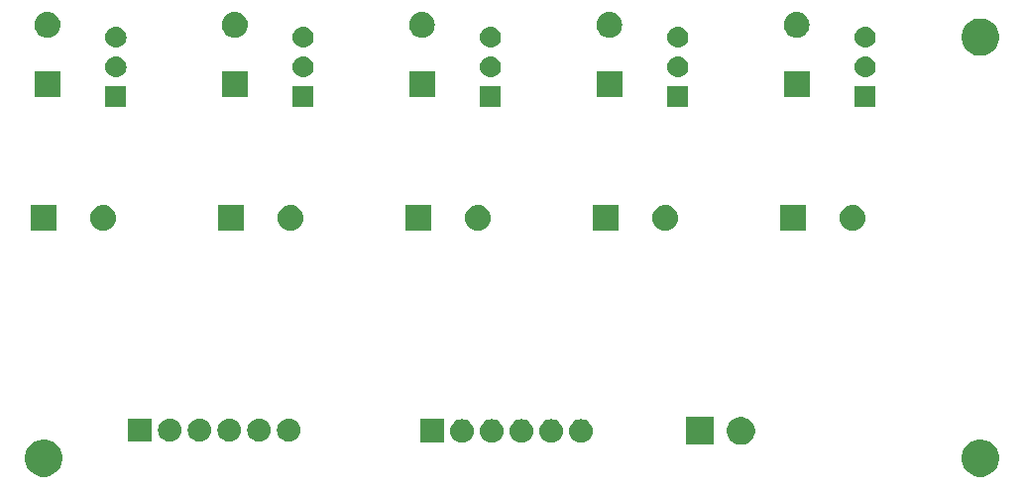
<source format=gbs>
G04 #@! TF.GenerationSoftware,KiCad,Pcbnew,5.0.2-bee76a0~70~ubuntu16.04.1*
G04 #@! TF.CreationDate,2018-12-22T18:20:01+02:00*
G04 #@! TF.ProjectId,psg14a_power,70736731-3461-45f7-906f-7765722e6b69,rev?*
G04 #@! TF.SameCoordinates,Original*
G04 #@! TF.FileFunction,Soldermask,Bot*
G04 #@! TF.FilePolarity,Negative*
%FSLAX46Y46*%
G04 Gerber Fmt 4.6, Leading zero omitted, Abs format (unit mm)*
G04 Created by KiCad (PCBNEW 5.0.2-bee76a0~70~ubuntu16.04.1) date сб, 22-гру-2018 18:20:01 +0200*
%MOMM*%
%LPD*%
G01*
G04 APERTURE LIST*
%ADD10C,0.100000*%
G04 APERTURE END LIST*
D10*
G36*
X110466703Y-79461486D02*
X110757883Y-79582097D01*
X111019944Y-79757201D01*
X111242799Y-79980056D01*
X111417903Y-80242117D01*
X111538514Y-80533297D01*
X111600000Y-80842412D01*
X111600000Y-81157588D01*
X111538514Y-81466703D01*
X111417903Y-81757883D01*
X111242799Y-82019944D01*
X111019944Y-82242799D01*
X110757883Y-82417903D01*
X110466703Y-82538514D01*
X110157588Y-82600000D01*
X109842412Y-82600000D01*
X109533297Y-82538514D01*
X109242117Y-82417903D01*
X108980056Y-82242799D01*
X108757201Y-82019944D01*
X108582097Y-81757883D01*
X108461486Y-81466703D01*
X108400000Y-81157588D01*
X108400000Y-80842412D01*
X108461486Y-80533297D01*
X108582097Y-80242117D01*
X108757201Y-79980056D01*
X108980056Y-79757201D01*
X109242117Y-79582097D01*
X109533297Y-79461486D01*
X109842412Y-79400000D01*
X110157588Y-79400000D01*
X110466703Y-79461486D01*
X110466703Y-79461486D01*
G37*
G36*
X30466703Y-79461486D02*
X30757883Y-79582097D01*
X31019944Y-79757201D01*
X31242799Y-79980056D01*
X31417903Y-80242117D01*
X31538514Y-80533297D01*
X31600000Y-80842412D01*
X31600000Y-81157588D01*
X31538514Y-81466703D01*
X31417903Y-81757883D01*
X31242799Y-82019944D01*
X31019944Y-82242799D01*
X30757883Y-82417903D01*
X30466703Y-82538514D01*
X30157588Y-82600000D01*
X29842412Y-82600000D01*
X29533297Y-82538514D01*
X29242117Y-82417903D01*
X28980056Y-82242799D01*
X28757201Y-82019944D01*
X28582097Y-81757883D01*
X28461486Y-81466703D01*
X28400000Y-81157588D01*
X28400000Y-80842412D01*
X28461486Y-80533297D01*
X28582097Y-80242117D01*
X28757201Y-79980056D01*
X28980056Y-79757201D01*
X29242117Y-79582097D01*
X29533297Y-79461486D01*
X29842412Y-79400000D01*
X30157588Y-79400000D01*
X30466703Y-79461486D01*
X30466703Y-79461486D01*
G37*
G36*
X87242500Y-79876500D02*
X84842500Y-79876500D01*
X84842500Y-77476500D01*
X87242500Y-77476500D01*
X87242500Y-79876500D01*
X87242500Y-79876500D01*
G37*
G36*
X89892526Y-77522615D02*
X90110912Y-77613073D01*
X90307458Y-77744401D01*
X90474599Y-77911542D01*
X90605927Y-78108088D01*
X90696385Y-78326474D01*
X90742500Y-78558309D01*
X90742500Y-78794691D01*
X90696385Y-79026526D01*
X90605927Y-79244912D01*
X90474599Y-79441458D01*
X90307458Y-79608599D01*
X90110912Y-79739927D01*
X89892526Y-79830385D01*
X89660691Y-79876500D01*
X89424309Y-79876500D01*
X89192474Y-79830385D01*
X88974088Y-79739927D01*
X88777542Y-79608599D01*
X88610401Y-79441458D01*
X88479073Y-79244912D01*
X88388615Y-79026526D01*
X88342500Y-78794691D01*
X88342500Y-78558309D01*
X88388615Y-78326474D01*
X88479073Y-78108088D01*
X88610401Y-77911542D01*
X88777542Y-77744401D01*
X88974088Y-77613073D01*
X89192474Y-77522615D01*
X89424309Y-77476500D01*
X89660691Y-77476500D01*
X89892526Y-77522615D01*
X89892526Y-77522615D01*
G37*
G36*
X68437458Y-77689406D02*
X68458435Y-77691472D01*
X68505535Y-77705760D01*
X68646839Y-77748624D01*
X68820474Y-77841433D01*
X68972666Y-77966334D01*
X69097567Y-78118526D01*
X69190376Y-78292161D01*
X69247528Y-78480566D01*
X69266826Y-78676500D01*
X69247528Y-78872434D01*
X69190376Y-79060839D01*
X69097567Y-79234474D01*
X68972666Y-79386666D01*
X68820474Y-79511567D01*
X68646839Y-79604376D01*
X68505535Y-79647240D01*
X68458435Y-79661528D01*
X68437458Y-79663594D01*
X68311600Y-79675990D01*
X68213400Y-79675990D01*
X68087542Y-79663594D01*
X68066565Y-79661528D01*
X68019465Y-79647240D01*
X67878161Y-79604376D01*
X67704526Y-79511567D01*
X67552334Y-79386666D01*
X67427433Y-79234474D01*
X67334624Y-79060839D01*
X67277472Y-78872434D01*
X67258174Y-78676500D01*
X67277472Y-78480566D01*
X67334624Y-78292161D01*
X67427433Y-78118526D01*
X67552334Y-77966334D01*
X67704526Y-77841433D01*
X67878161Y-77748624D01*
X68019465Y-77705760D01*
X68066565Y-77691472D01*
X68087542Y-77689406D01*
X68213400Y-77677010D01*
X68311600Y-77677010D01*
X68437458Y-77689406D01*
X68437458Y-77689406D01*
G37*
G36*
X76057458Y-77689406D02*
X76078435Y-77691472D01*
X76125535Y-77705760D01*
X76266839Y-77748624D01*
X76440474Y-77841433D01*
X76592666Y-77966334D01*
X76717567Y-78118526D01*
X76810376Y-78292161D01*
X76867528Y-78480566D01*
X76886826Y-78676500D01*
X76867528Y-78872434D01*
X76810376Y-79060839D01*
X76717567Y-79234474D01*
X76592666Y-79386666D01*
X76440474Y-79511567D01*
X76266839Y-79604376D01*
X76125535Y-79647240D01*
X76078435Y-79661528D01*
X76057458Y-79663594D01*
X75931600Y-79675990D01*
X75833400Y-79675990D01*
X75707542Y-79663594D01*
X75686565Y-79661528D01*
X75639465Y-79647240D01*
X75498161Y-79604376D01*
X75324526Y-79511567D01*
X75172334Y-79386666D01*
X75047433Y-79234474D01*
X74954624Y-79060839D01*
X74897472Y-78872434D01*
X74878174Y-78676500D01*
X74897472Y-78480566D01*
X74954624Y-78292161D01*
X75047433Y-78118526D01*
X75172334Y-77966334D01*
X75324526Y-77841433D01*
X75498161Y-77748624D01*
X75639465Y-77705760D01*
X75686565Y-77691472D01*
X75707542Y-77689406D01*
X75833400Y-77677010D01*
X75931600Y-77677010D01*
X76057458Y-77689406D01*
X76057458Y-77689406D01*
G37*
G36*
X73517458Y-77689406D02*
X73538435Y-77691472D01*
X73585535Y-77705760D01*
X73726839Y-77748624D01*
X73900474Y-77841433D01*
X74052666Y-77966334D01*
X74177567Y-78118526D01*
X74270376Y-78292161D01*
X74327528Y-78480566D01*
X74346826Y-78676500D01*
X74327528Y-78872434D01*
X74270376Y-79060839D01*
X74177567Y-79234474D01*
X74052666Y-79386666D01*
X73900474Y-79511567D01*
X73726839Y-79604376D01*
X73585535Y-79647240D01*
X73538435Y-79661528D01*
X73517458Y-79663594D01*
X73391600Y-79675990D01*
X73293400Y-79675990D01*
X73167542Y-79663594D01*
X73146565Y-79661528D01*
X73099465Y-79647240D01*
X72958161Y-79604376D01*
X72784526Y-79511567D01*
X72632334Y-79386666D01*
X72507433Y-79234474D01*
X72414624Y-79060839D01*
X72357472Y-78872434D01*
X72338174Y-78676500D01*
X72357472Y-78480566D01*
X72414624Y-78292161D01*
X72507433Y-78118526D01*
X72632334Y-77966334D01*
X72784526Y-77841433D01*
X72958161Y-77748624D01*
X73099465Y-77705760D01*
X73146565Y-77691472D01*
X73167542Y-77689406D01*
X73293400Y-77677010D01*
X73391600Y-77677010D01*
X73517458Y-77689406D01*
X73517458Y-77689406D01*
G37*
G36*
X65897458Y-77689406D02*
X65918435Y-77691472D01*
X65965535Y-77705760D01*
X66106839Y-77748624D01*
X66280474Y-77841433D01*
X66432666Y-77966334D01*
X66557567Y-78118526D01*
X66650376Y-78292161D01*
X66707528Y-78480566D01*
X66726826Y-78676500D01*
X66707528Y-78872434D01*
X66650376Y-79060839D01*
X66557567Y-79234474D01*
X66432666Y-79386666D01*
X66280474Y-79511567D01*
X66106839Y-79604376D01*
X65965535Y-79647240D01*
X65918435Y-79661528D01*
X65897458Y-79663594D01*
X65771600Y-79675990D01*
X65673400Y-79675990D01*
X65547542Y-79663594D01*
X65526565Y-79661528D01*
X65479465Y-79647240D01*
X65338161Y-79604376D01*
X65164526Y-79511567D01*
X65012334Y-79386666D01*
X64887433Y-79234474D01*
X64794624Y-79060839D01*
X64737472Y-78872434D01*
X64718174Y-78676500D01*
X64737472Y-78480566D01*
X64794624Y-78292161D01*
X64887433Y-78118526D01*
X65012334Y-77966334D01*
X65164526Y-77841433D01*
X65338161Y-77748624D01*
X65479465Y-77705760D01*
X65526565Y-77691472D01*
X65547542Y-77689406D01*
X65673400Y-77677010D01*
X65771600Y-77677010D01*
X65897458Y-77689406D01*
X65897458Y-77689406D01*
G37*
G36*
X64181990Y-79675990D02*
X62183010Y-79675990D01*
X62183010Y-77677010D01*
X64181990Y-77677010D01*
X64181990Y-79675990D01*
X64181990Y-79675990D01*
G37*
G36*
X70977458Y-77689406D02*
X70998435Y-77691472D01*
X71045535Y-77705760D01*
X71186839Y-77748624D01*
X71360474Y-77841433D01*
X71512666Y-77966334D01*
X71637567Y-78118526D01*
X71730376Y-78292161D01*
X71787528Y-78480566D01*
X71806826Y-78676500D01*
X71787528Y-78872434D01*
X71730376Y-79060839D01*
X71637567Y-79234474D01*
X71512666Y-79386666D01*
X71360474Y-79511567D01*
X71186839Y-79604376D01*
X71045535Y-79647240D01*
X70998435Y-79661528D01*
X70977458Y-79663594D01*
X70851600Y-79675990D01*
X70753400Y-79675990D01*
X70627542Y-79663594D01*
X70606565Y-79661528D01*
X70559465Y-79647240D01*
X70418161Y-79604376D01*
X70244526Y-79511567D01*
X70092334Y-79386666D01*
X69967433Y-79234474D01*
X69874624Y-79060839D01*
X69817472Y-78872434D01*
X69798174Y-78676500D01*
X69817472Y-78480566D01*
X69874624Y-78292161D01*
X69967433Y-78118526D01*
X70092334Y-77966334D01*
X70244526Y-77841433D01*
X70418161Y-77748624D01*
X70559465Y-77705760D01*
X70606565Y-77691472D01*
X70627542Y-77689406D01*
X70753400Y-77677010D01*
X70851600Y-77677010D01*
X70977458Y-77689406D01*
X70977458Y-77689406D01*
G37*
G36*
X48561958Y-77625906D02*
X48582935Y-77627972D01*
X48630035Y-77642260D01*
X48771339Y-77685124D01*
X48944974Y-77777933D01*
X49097166Y-77902834D01*
X49222067Y-78055026D01*
X49314876Y-78228661D01*
X49372028Y-78417066D01*
X49391326Y-78613000D01*
X49372028Y-78808934D01*
X49314876Y-78997339D01*
X49222067Y-79170974D01*
X49097166Y-79323166D01*
X48944974Y-79448067D01*
X48771339Y-79540876D01*
X48635451Y-79582097D01*
X48582935Y-79598028D01*
X48561958Y-79600094D01*
X48436100Y-79612490D01*
X48337900Y-79612490D01*
X48212042Y-79600094D01*
X48191065Y-79598028D01*
X48138549Y-79582097D01*
X48002661Y-79540876D01*
X47829026Y-79448067D01*
X47676834Y-79323166D01*
X47551933Y-79170974D01*
X47459124Y-78997339D01*
X47401972Y-78808934D01*
X47382674Y-78613000D01*
X47401972Y-78417066D01*
X47459124Y-78228661D01*
X47551933Y-78055026D01*
X47676834Y-77902834D01*
X47829026Y-77777933D01*
X48002661Y-77685124D01*
X48143965Y-77642260D01*
X48191065Y-77627972D01*
X48212042Y-77625906D01*
X48337900Y-77613510D01*
X48436100Y-77613510D01*
X48561958Y-77625906D01*
X48561958Y-77625906D01*
G37*
G36*
X51101958Y-77625906D02*
X51122935Y-77627972D01*
X51170035Y-77642260D01*
X51311339Y-77685124D01*
X51484974Y-77777933D01*
X51637166Y-77902834D01*
X51762067Y-78055026D01*
X51854876Y-78228661D01*
X51912028Y-78417066D01*
X51931326Y-78613000D01*
X51912028Y-78808934D01*
X51854876Y-78997339D01*
X51762067Y-79170974D01*
X51637166Y-79323166D01*
X51484974Y-79448067D01*
X51311339Y-79540876D01*
X51175451Y-79582097D01*
X51122935Y-79598028D01*
X51101958Y-79600094D01*
X50976100Y-79612490D01*
X50877900Y-79612490D01*
X50752042Y-79600094D01*
X50731065Y-79598028D01*
X50678549Y-79582097D01*
X50542661Y-79540876D01*
X50369026Y-79448067D01*
X50216834Y-79323166D01*
X50091933Y-79170974D01*
X49999124Y-78997339D01*
X49941972Y-78808934D01*
X49922674Y-78613000D01*
X49941972Y-78417066D01*
X49999124Y-78228661D01*
X50091933Y-78055026D01*
X50216834Y-77902834D01*
X50369026Y-77777933D01*
X50542661Y-77685124D01*
X50683965Y-77642260D01*
X50731065Y-77627972D01*
X50752042Y-77625906D01*
X50877900Y-77613510D01*
X50976100Y-77613510D01*
X51101958Y-77625906D01*
X51101958Y-77625906D01*
G37*
G36*
X39226490Y-79612490D02*
X37227510Y-79612490D01*
X37227510Y-77613510D01*
X39226490Y-77613510D01*
X39226490Y-79612490D01*
X39226490Y-79612490D01*
G37*
G36*
X40941958Y-77625906D02*
X40962935Y-77627972D01*
X41010035Y-77642260D01*
X41151339Y-77685124D01*
X41324974Y-77777933D01*
X41477166Y-77902834D01*
X41602067Y-78055026D01*
X41694876Y-78228661D01*
X41752028Y-78417066D01*
X41771326Y-78613000D01*
X41752028Y-78808934D01*
X41694876Y-78997339D01*
X41602067Y-79170974D01*
X41477166Y-79323166D01*
X41324974Y-79448067D01*
X41151339Y-79540876D01*
X41015451Y-79582097D01*
X40962935Y-79598028D01*
X40941958Y-79600094D01*
X40816100Y-79612490D01*
X40717900Y-79612490D01*
X40592042Y-79600094D01*
X40571065Y-79598028D01*
X40518549Y-79582097D01*
X40382661Y-79540876D01*
X40209026Y-79448067D01*
X40056834Y-79323166D01*
X39931933Y-79170974D01*
X39839124Y-78997339D01*
X39781972Y-78808934D01*
X39762674Y-78613000D01*
X39781972Y-78417066D01*
X39839124Y-78228661D01*
X39931933Y-78055026D01*
X40056834Y-77902834D01*
X40209026Y-77777933D01*
X40382661Y-77685124D01*
X40523965Y-77642260D01*
X40571065Y-77627972D01*
X40592042Y-77625906D01*
X40717900Y-77613510D01*
X40816100Y-77613510D01*
X40941958Y-77625906D01*
X40941958Y-77625906D01*
G37*
G36*
X43481958Y-77625906D02*
X43502935Y-77627972D01*
X43550035Y-77642260D01*
X43691339Y-77685124D01*
X43864974Y-77777933D01*
X44017166Y-77902834D01*
X44142067Y-78055026D01*
X44234876Y-78228661D01*
X44292028Y-78417066D01*
X44311326Y-78613000D01*
X44292028Y-78808934D01*
X44234876Y-78997339D01*
X44142067Y-79170974D01*
X44017166Y-79323166D01*
X43864974Y-79448067D01*
X43691339Y-79540876D01*
X43555451Y-79582097D01*
X43502935Y-79598028D01*
X43481958Y-79600094D01*
X43356100Y-79612490D01*
X43257900Y-79612490D01*
X43132042Y-79600094D01*
X43111065Y-79598028D01*
X43058549Y-79582097D01*
X42922661Y-79540876D01*
X42749026Y-79448067D01*
X42596834Y-79323166D01*
X42471933Y-79170974D01*
X42379124Y-78997339D01*
X42321972Y-78808934D01*
X42302674Y-78613000D01*
X42321972Y-78417066D01*
X42379124Y-78228661D01*
X42471933Y-78055026D01*
X42596834Y-77902834D01*
X42749026Y-77777933D01*
X42922661Y-77685124D01*
X43063965Y-77642260D01*
X43111065Y-77627972D01*
X43132042Y-77625906D01*
X43257900Y-77613510D01*
X43356100Y-77613510D01*
X43481958Y-77625906D01*
X43481958Y-77625906D01*
G37*
G36*
X46021958Y-77625906D02*
X46042935Y-77627972D01*
X46090035Y-77642260D01*
X46231339Y-77685124D01*
X46404974Y-77777933D01*
X46557166Y-77902834D01*
X46682067Y-78055026D01*
X46774876Y-78228661D01*
X46832028Y-78417066D01*
X46851326Y-78613000D01*
X46832028Y-78808934D01*
X46774876Y-78997339D01*
X46682067Y-79170974D01*
X46557166Y-79323166D01*
X46404974Y-79448067D01*
X46231339Y-79540876D01*
X46095451Y-79582097D01*
X46042935Y-79598028D01*
X46021958Y-79600094D01*
X45896100Y-79612490D01*
X45797900Y-79612490D01*
X45672042Y-79600094D01*
X45651065Y-79598028D01*
X45598549Y-79582097D01*
X45462661Y-79540876D01*
X45289026Y-79448067D01*
X45136834Y-79323166D01*
X45011933Y-79170974D01*
X44919124Y-78997339D01*
X44861972Y-78808934D01*
X44842674Y-78613000D01*
X44861972Y-78417066D01*
X44919124Y-78228661D01*
X45011933Y-78055026D01*
X45136834Y-77902834D01*
X45289026Y-77777933D01*
X45462661Y-77685124D01*
X45603965Y-77642260D01*
X45651065Y-77627972D01*
X45672042Y-77625906D01*
X45797900Y-77613510D01*
X45896100Y-77613510D01*
X46021958Y-77625906D01*
X46021958Y-77625906D01*
G37*
G36*
X83303199Y-59372996D02*
X83510546Y-59435895D01*
X83510548Y-59435896D01*
X83701644Y-59538038D01*
X83869141Y-59675499D01*
X84006602Y-59842996D01*
X84108744Y-60034092D01*
X84171644Y-60241442D01*
X84192882Y-60457080D01*
X84171644Y-60672718D01*
X84108744Y-60880068D01*
X84006602Y-61071164D01*
X83869141Y-61238661D01*
X83701644Y-61376122D01*
X83510548Y-61478264D01*
X83510546Y-61478265D01*
X83303199Y-61541164D01*
X83141598Y-61557080D01*
X83033522Y-61557080D01*
X82871921Y-61541164D01*
X82664574Y-61478265D01*
X82664572Y-61478264D01*
X82473476Y-61376122D01*
X82305979Y-61238661D01*
X82168518Y-61071164D01*
X82066376Y-60880068D01*
X82003476Y-60672718D01*
X81982238Y-60457080D01*
X82003476Y-60241442D01*
X82066376Y-60034092D01*
X82168518Y-59842996D01*
X82305979Y-59675499D01*
X82473476Y-59538038D01*
X82664572Y-59435896D01*
X82664574Y-59435895D01*
X82871921Y-59372996D01*
X83033522Y-59357080D01*
X83141598Y-59357080D01*
X83303199Y-59372996D01*
X83303199Y-59372996D01*
G37*
G36*
X99303199Y-59372996D02*
X99510546Y-59435895D01*
X99510548Y-59435896D01*
X99701644Y-59538038D01*
X99869141Y-59675499D01*
X100006602Y-59842996D01*
X100108744Y-60034092D01*
X100171644Y-60241442D01*
X100192882Y-60457080D01*
X100171644Y-60672718D01*
X100108744Y-60880068D01*
X100006602Y-61071164D01*
X99869141Y-61238661D01*
X99701644Y-61376122D01*
X99510548Y-61478264D01*
X99510546Y-61478265D01*
X99303199Y-61541164D01*
X99141598Y-61557080D01*
X99033522Y-61557080D01*
X98871921Y-61541164D01*
X98664574Y-61478265D01*
X98664572Y-61478264D01*
X98473476Y-61376122D01*
X98305979Y-61238661D01*
X98168518Y-61071164D01*
X98066376Y-60880068D01*
X98003476Y-60672718D01*
X97982238Y-60457080D01*
X98003476Y-60241442D01*
X98066376Y-60034092D01*
X98168518Y-59842996D01*
X98305979Y-59675499D01*
X98473476Y-59538038D01*
X98664572Y-59435896D01*
X98664574Y-59435895D01*
X98871921Y-59372996D01*
X99033522Y-59357080D01*
X99141598Y-59357080D01*
X99303199Y-59372996D01*
X99303199Y-59372996D01*
G37*
G36*
X95107560Y-61557080D02*
X92907560Y-61557080D01*
X92907560Y-59357080D01*
X95107560Y-59357080D01*
X95107560Y-61557080D01*
X95107560Y-61557080D01*
G37*
G36*
X35303199Y-59372996D02*
X35510546Y-59435895D01*
X35510548Y-59435896D01*
X35701644Y-59538038D01*
X35869141Y-59675499D01*
X36006602Y-59842996D01*
X36108744Y-60034092D01*
X36171644Y-60241442D01*
X36192882Y-60457080D01*
X36171644Y-60672718D01*
X36108744Y-60880068D01*
X36006602Y-61071164D01*
X35869141Y-61238661D01*
X35701644Y-61376122D01*
X35510548Y-61478264D01*
X35510546Y-61478265D01*
X35303199Y-61541164D01*
X35141598Y-61557080D01*
X35033522Y-61557080D01*
X34871921Y-61541164D01*
X34664574Y-61478265D01*
X34664572Y-61478264D01*
X34473476Y-61376122D01*
X34305979Y-61238661D01*
X34168518Y-61071164D01*
X34066376Y-60880068D01*
X34003476Y-60672718D01*
X33982238Y-60457080D01*
X34003476Y-60241442D01*
X34066376Y-60034092D01*
X34168518Y-59842996D01*
X34305979Y-59675499D01*
X34473476Y-59538038D01*
X34664572Y-59435896D01*
X34664574Y-59435895D01*
X34871921Y-59372996D01*
X35033522Y-59357080D01*
X35141598Y-59357080D01*
X35303199Y-59372996D01*
X35303199Y-59372996D01*
G37*
G36*
X31107560Y-61557080D02*
X28907560Y-61557080D01*
X28907560Y-59357080D01*
X31107560Y-59357080D01*
X31107560Y-61557080D01*
X31107560Y-61557080D01*
G37*
G36*
X51303199Y-59372996D02*
X51510546Y-59435895D01*
X51510548Y-59435896D01*
X51701644Y-59538038D01*
X51869141Y-59675499D01*
X52006602Y-59842996D01*
X52108744Y-60034092D01*
X52171644Y-60241442D01*
X52192882Y-60457080D01*
X52171644Y-60672718D01*
X52108744Y-60880068D01*
X52006602Y-61071164D01*
X51869141Y-61238661D01*
X51701644Y-61376122D01*
X51510548Y-61478264D01*
X51510546Y-61478265D01*
X51303199Y-61541164D01*
X51141598Y-61557080D01*
X51033522Y-61557080D01*
X50871921Y-61541164D01*
X50664574Y-61478265D01*
X50664572Y-61478264D01*
X50473476Y-61376122D01*
X50305979Y-61238661D01*
X50168518Y-61071164D01*
X50066376Y-60880068D01*
X50003476Y-60672718D01*
X49982238Y-60457080D01*
X50003476Y-60241442D01*
X50066376Y-60034092D01*
X50168518Y-59842996D01*
X50305979Y-59675499D01*
X50473476Y-59538038D01*
X50664572Y-59435896D01*
X50664574Y-59435895D01*
X50871921Y-59372996D01*
X51033522Y-59357080D01*
X51141598Y-59357080D01*
X51303199Y-59372996D01*
X51303199Y-59372996D01*
G37*
G36*
X47107560Y-61557080D02*
X44907560Y-61557080D01*
X44907560Y-59357080D01*
X47107560Y-59357080D01*
X47107560Y-61557080D01*
X47107560Y-61557080D01*
G37*
G36*
X67303199Y-59372996D02*
X67510546Y-59435895D01*
X67510548Y-59435896D01*
X67701644Y-59538038D01*
X67869141Y-59675499D01*
X68006602Y-59842996D01*
X68108744Y-60034092D01*
X68171644Y-60241442D01*
X68192882Y-60457080D01*
X68171644Y-60672718D01*
X68108744Y-60880068D01*
X68006602Y-61071164D01*
X67869141Y-61238661D01*
X67701644Y-61376122D01*
X67510548Y-61478264D01*
X67510546Y-61478265D01*
X67303199Y-61541164D01*
X67141598Y-61557080D01*
X67033522Y-61557080D01*
X66871921Y-61541164D01*
X66664574Y-61478265D01*
X66664572Y-61478264D01*
X66473476Y-61376122D01*
X66305979Y-61238661D01*
X66168518Y-61071164D01*
X66066376Y-60880068D01*
X66003476Y-60672718D01*
X65982238Y-60457080D01*
X66003476Y-60241442D01*
X66066376Y-60034092D01*
X66168518Y-59842996D01*
X66305979Y-59675499D01*
X66473476Y-59538038D01*
X66664572Y-59435896D01*
X66664574Y-59435895D01*
X66871921Y-59372996D01*
X67033522Y-59357080D01*
X67141598Y-59357080D01*
X67303199Y-59372996D01*
X67303199Y-59372996D01*
G37*
G36*
X63107560Y-61557080D02*
X60907560Y-61557080D01*
X60907560Y-59357080D01*
X63107560Y-59357080D01*
X63107560Y-61557080D01*
X63107560Y-61557080D01*
G37*
G36*
X79107560Y-61557080D02*
X76907560Y-61557080D01*
X76907560Y-59357080D01*
X79107560Y-59357080D01*
X79107560Y-61557080D01*
X79107560Y-61557080D01*
G37*
G36*
X53059440Y-50978640D02*
X51259440Y-50978640D01*
X51259440Y-49178640D01*
X53059440Y-49178640D01*
X53059440Y-50978640D01*
X53059440Y-50978640D01*
G37*
G36*
X37059440Y-50978640D02*
X35259440Y-50978640D01*
X35259440Y-49178640D01*
X37059440Y-49178640D01*
X37059440Y-50978640D01*
X37059440Y-50978640D01*
G37*
G36*
X101059440Y-50978640D02*
X99259440Y-50978640D01*
X99259440Y-49178640D01*
X101059440Y-49178640D01*
X101059440Y-50978640D01*
X101059440Y-50978640D01*
G37*
G36*
X69059440Y-50978640D02*
X67259440Y-50978640D01*
X67259440Y-49178640D01*
X69059440Y-49178640D01*
X69059440Y-50978640D01*
X69059440Y-50978640D01*
G37*
G36*
X85059440Y-50978640D02*
X83259440Y-50978640D01*
X83259440Y-49178640D01*
X85059440Y-49178640D01*
X85059440Y-50978640D01*
X85059440Y-50978640D01*
G37*
G36*
X31407280Y-50111840D02*
X29207280Y-50111840D01*
X29207280Y-47911840D01*
X31407280Y-47911840D01*
X31407280Y-50111840D01*
X31407280Y-50111840D01*
G37*
G36*
X95407280Y-50111840D02*
X93207280Y-50111840D01*
X93207280Y-47911840D01*
X95407280Y-47911840D01*
X95407280Y-50111840D01*
X95407280Y-50111840D01*
G37*
G36*
X79407280Y-50111840D02*
X77207280Y-50111840D01*
X77207280Y-47911840D01*
X79407280Y-47911840D01*
X79407280Y-50111840D01*
X79407280Y-50111840D01*
G37*
G36*
X63407280Y-50111840D02*
X61207280Y-50111840D01*
X61207280Y-47911840D01*
X63407280Y-47911840D01*
X63407280Y-50111840D01*
X63407280Y-50111840D01*
G37*
G36*
X47407280Y-50111840D02*
X45207280Y-50111840D01*
X45207280Y-47911840D01*
X47407280Y-47911840D01*
X47407280Y-50111840D01*
X47407280Y-50111840D01*
G37*
G36*
X100335872Y-46651662D02*
X100505521Y-46703125D01*
X100661873Y-46786696D01*
X100798915Y-46899165D01*
X100911384Y-47036207D01*
X100994955Y-47192559D01*
X101046418Y-47362208D01*
X101063794Y-47538640D01*
X101046418Y-47715072D01*
X100994955Y-47884721D01*
X100911384Y-48041073D01*
X100798915Y-48178115D01*
X100661873Y-48290584D01*
X100505521Y-48374155D01*
X100335872Y-48425618D01*
X100203651Y-48438640D01*
X100115229Y-48438640D01*
X99983008Y-48425618D01*
X99813359Y-48374155D01*
X99657007Y-48290584D01*
X99519965Y-48178115D01*
X99407496Y-48041073D01*
X99323925Y-47884721D01*
X99272462Y-47715072D01*
X99255086Y-47538640D01*
X99272462Y-47362208D01*
X99323925Y-47192559D01*
X99407496Y-47036207D01*
X99519965Y-46899165D01*
X99657007Y-46786696D01*
X99813359Y-46703125D01*
X99983008Y-46651662D01*
X100115229Y-46638640D01*
X100203651Y-46638640D01*
X100335872Y-46651662D01*
X100335872Y-46651662D01*
G37*
G36*
X84335872Y-46651662D02*
X84505521Y-46703125D01*
X84661873Y-46786696D01*
X84798915Y-46899165D01*
X84911384Y-47036207D01*
X84994955Y-47192559D01*
X85046418Y-47362208D01*
X85063794Y-47538640D01*
X85046418Y-47715072D01*
X84994955Y-47884721D01*
X84911384Y-48041073D01*
X84798915Y-48178115D01*
X84661873Y-48290584D01*
X84505521Y-48374155D01*
X84335872Y-48425618D01*
X84203651Y-48438640D01*
X84115229Y-48438640D01*
X83983008Y-48425618D01*
X83813359Y-48374155D01*
X83657007Y-48290584D01*
X83519965Y-48178115D01*
X83407496Y-48041073D01*
X83323925Y-47884721D01*
X83272462Y-47715072D01*
X83255086Y-47538640D01*
X83272462Y-47362208D01*
X83323925Y-47192559D01*
X83407496Y-47036207D01*
X83519965Y-46899165D01*
X83657007Y-46786696D01*
X83813359Y-46703125D01*
X83983008Y-46651662D01*
X84115229Y-46638640D01*
X84203651Y-46638640D01*
X84335872Y-46651662D01*
X84335872Y-46651662D01*
G37*
G36*
X52335872Y-46651662D02*
X52505521Y-46703125D01*
X52661873Y-46786696D01*
X52798915Y-46899165D01*
X52911384Y-47036207D01*
X52994955Y-47192559D01*
X53046418Y-47362208D01*
X53063794Y-47538640D01*
X53046418Y-47715072D01*
X52994955Y-47884721D01*
X52911384Y-48041073D01*
X52798915Y-48178115D01*
X52661873Y-48290584D01*
X52505521Y-48374155D01*
X52335872Y-48425618D01*
X52203651Y-48438640D01*
X52115229Y-48438640D01*
X51983008Y-48425618D01*
X51813359Y-48374155D01*
X51657007Y-48290584D01*
X51519965Y-48178115D01*
X51407496Y-48041073D01*
X51323925Y-47884721D01*
X51272462Y-47715072D01*
X51255086Y-47538640D01*
X51272462Y-47362208D01*
X51323925Y-47192559D01*
X51407496Y-47036207D01*
X51519965Y-46899165D01*
X51657007Y-46786696D01*
X51813359Y-46703125D01*
X51983008Y-46651662D01*
X52115229Y-46638640D01*
X52203651Y-46638640D01*
X52335872Y-46651662D01*
X52335872Y-46651662D01*
G37*
G36*
X68335872Y-46651662D02*
X68505521Y-46703125D01*
X68661873Y-46786696D01*
X68798915Y-46899165D01*
X68911384Y-47036207D01*
X68994955Y-47192559D01*
X69046418Y-47362208D01*
X69063794Y-47538640D01*
X69046418Y-47715072D01*
X68994955Y-47884721D01*
X68911384Y-48041073D01*
X68798915Y-48178115D01*
X68661873Y-48290584D01*
X68505521Y-48374155D01*
X68335872Y-48425618D01*
X68203651Y-48438640D01*
X68115229Y-48438640D01*
X67983008Y-48425618D01*
X67813359Y-48374155D01*
X67657007Y-48290584D01*
X67519965Y-48178115D01*
X67407496Y-48041073D01*
X67323925Y-47884721D01*
X67272462Y-47715072D01*
X67255086Y-47538640D01*
X67272462Y-47362208D01*
X67323925Y-47192559D01*
X67407496Y-47036207D01*
X67519965Y-46899165D01*
X67657007Y-46786696D01*
X67813359Y-46703125D01*
X67983008Y-46651662D01*
X68115229Y-46638640D01*
X68203651Y-46638640D01*
X68335872Y-46651662D01*
X68335872Y-46651662D01*
G37*
G36*
X36335872Y-46651662D02*
X36505521Y-46703125D01*
X36661873Y-46786696D01*
X36798915Y-46899165D01*
X36911384Y-47036207D01*
X36994955Y-47192559D01*
X37046418Y-47362208D01*
X37063794Y-47538640D01*
X37046418Y-47715072D01*
X36994955Y-47884721D01*
X36911384Y-48041073D01*
X36798915Y-48178115D01*
X36661873Y-48290584D01*
X36505521Y-48374155D01*
X36335872Y-48425618D01*
X36203651Y-48438640D01*
X36115229Y-48438640D01*
X35983008Y-48425618D01*
X35813359Y-48374155D01*
X35657007Y-48290584D01*
X35519965Y-48178115D01*
X35407496Y-48041073D01*
X35323925Y-47884721D01*
X35272462Y-47715072D01*
X35255086Y-47538640D01*
X35272462Y-47362208D01*
X35323925Y-47192559D01*
X35407496Y-47036207D01*
X35519965Y-46899165D01*
X35657007Y-46786696D01*
X35813359Y-46703125D01*
X35983008Y-46651662D01*
X36115229Y-46638640D01*
X36203651Y-46638640D01*
X36335872Y-46651662D01*
X36335872Y-46651662D01*
G37*
G36*
X110466703Y-43461486D02*
X110757883Y-43582097D01*
X111019944Y-43757201D01*
X111242799Y-43980056D01*
X111417903Y-44242117D01*
X111538514Y-44533297D01*
X111600000Y-44842412D01*
X111600000Y-45157588D01*
X111538514Y-45466703D01*
X111417903Y-45757883D01*
X111242799Y-46019944D01*
X111019944Y-46242799D01*
X110757883Y-46417903D01*
X110466703Y-46538514D01*
X110157588Y-46600000D01*
X109842412Y-46600000D01*
X109533297Y-46538514D01*
X109242117Y-46417903D01*
X108980056Y-46242799D01*
X108757201Y-46019944D01*
X108582097Y-45757883D01*
X108461486Y-45466703D01*
X108400000Y-45157588D01*
X108400000Y-44842412D01*
X108461486Y-44533297D01*
X108582097Y-44242117D01*
X108757201Y-43980056D01*
X108980056Y-43757201D01*
X109242117Y-43582097D01*
X109533297Y-43461486D01*
X109842412Y-43400000D01*
X110157588Y-43400000D01*
X110466703Y-43461486D01*
X110466703Y-43461486D01*
G37*
G36*
X52335872Y-44111662D02*
X52505521Y-44163125D01*
X52661873Y-44246696D01*
X52798915Y-44359165D01*
X52911384Y-44496207D01*
X52994955Y-44652559D01*
X53046418Y-44822208D01*
X53063794Y-44998640D01*
X53046418Y-45175072D01*
X52994955Y-45344721D01*
X52911384Y-45501073D01*
X52798915Y-45638115D01*
X52661873Y-45750584D01*
X52505521Y-45834155D01*
X52335872Y-45885618D01*
X52203651Y-45898640D01*
X52115229Y-45898640D01*
X51983008Y-45885618D01*
X51813359Y-45834155D01*
X51657007Y-45750584D01*
X51519965Y-45638115D01*
X51407496Y-45501073D01*
X51323925Y-45344721D01*
X51272462Y-45175072D01*
X51255086Y-44998640D01*
X51272462Y-44822208D01*
X51323925Y-44652559D01*
X51407496Y-44496207D01*
X51519965Y-44359165D01*
X51657007Y-44246696D01*
X51813359Y-44163125D01*
X51983008Y-44111662D01*
X52115229Y-44098640D01*
X52203651Y-44098640D01*
X52335872Y-44111662D01*
X52335872Y-44111662D01*
G37*
G36*
X36335872Y-44111662D02*
X36505521Y-44163125D01*
X36661873Y-44246696D01*
X36798915Y-44359165D01*
X36911384Y-44496207D01*
X36994955Y-44652559D01*
X37046418Y-44822208D01*
X37063794Y-44998640D01*
X37046418Y-45175072D01*
X36994955Y-45344721D01*
X36911384Y-45501073D01*
X36798915Y-45638115D01*
X36661873Y-45750584D01*
X36505521Y-45834155D01*
X36335872Y-45885618D01*
X36203651Y-45898640D01*
X36115229Y-45898640D01*
X35983008Y-45885618D01*
X35813359Y-45834155D01*
X35657007Y-45750584D01*
X35519965Y-45638115D01*
X35407496Y-45501073D01*
X35323925Y-45344721D01*
X35272462Y-45175072D01*
X35255086Y-44998640D01*
X35272462Y-44822208D01*
X35323925Y-44652559D01*
X35407496Y-44496207D01*
X35519965Y-44359165D01*
X35657007Y-44246696D01*
X35813359Y-44163125D01*
X35983008Y-44111662D01*
X36115229Y-44098640D01*
X36203651Y-44098640D01*
X36335872Y-44111662D01*
X36335872Y-44111662D01*
G37*
G36*
X100335872Y-44111662D02*
X100505521Y-44163125D01*
X100661873Y-44246696D01*
X100798915Y-44359165D01*
X100911384Y-44496207D01*
X100994955Y-44652559D01*
X101046418Y-44822208D01*
X101063794Y-44998640D01*
X101046418Y-45175072D01*
X100994955Y-45344721D01*
X100911384Y-45501073D01*
X100798915Y-45638115D01*
X100661873Y-45750584D01*
X100505521Y-45834155D01*
X100335872Y-45885618D01*
X100203651Y-45898640D01*
X100115229Y-45898640D01*
X99983008Y-45885618D01*
X99813359Y-45834155D01*
X99657007Y-45750584D01*
X99519965Y-45638115D01*
X99407496Y-45501073D01*
X99323925Y-45344721D01*
X99272462Y-45175072D01*
X99255086Y-44998640D01*
X99272462Y-44822208D01*
X99323925Y-44652559D01*
X99407496Y-44496207D01*
X99519965Y-44359165D01*
X99657007Y-44246696D01*
X99813359Y-44163125D01*
X99983008Y-44111662D01*
X100115229Y-44098640D01*
X100203651Y-44098640D01*
X100335872Y-44111662D01*
X100335872Y-44111662D01*
G37*
G36*
X68335872Y-44111662D02*
X68505521Y-44163125D01*
X68661873Y-44246696D01*
X68798915Y-44359165D01*
X68911384Y-44496207D01*
X68994955Y-44652559D01*
X69046418Y-44822208D01*
X69063794Y-44998640D01*
X69046418Y-45175072D01*
X68994955Y-45344721D01*
X68911384Y-45501073D01*
X68798915Y-45638115D01*
X68661873Y-45750584D01*
X68505521Y-45834155D01*
X68335872Y-45885618D01*
X68203651Y-45898640D01*
X68115229Y-45898640D01*
X67983008Y-45885618D01*
X67813359Y-45834155D01*
X67657007Y-45750584D01*
X67519965Y-45638115D01*
X67407496Y-45501073D01*
X67323925Y-45344721D01*
X67272462Y-45175072D01*
X67255086Y-44998640D01*
X67272462Y-44822208D01*
X67323925Y-44652559D01*
X67407496Y-44496207D01*
X67519965Y-44359165D01*
X67657007Y-44246696D01*
X67813359Y-44163125D01*
X67983008Y-44111662D01*
X68115229Y-44098640D01*
X68203651Y-44098640D01*
X68335872Y-44111662D01*
X68335872Y-44111662D01*
G37*
G36*
X84335872Y-44111662D02*
X84505521Y-44163125D01*
X84661873Y-44246696D01*
X84798915Y-44359165D01*
X84911384Y-44496207D01*
X84994955Y-44652559D01*
X85046418Y-44822208D01*
X85063794Y-44998640D01*
X85046418Y-45175072D01*
X84994955Y-45344721D01*
X84911384Y-45501073D01*
X84798915Y-45638115D01*
X84661873Y-45750584D01*
X84505521Y-45834155D01*
X84335872Y-45885618D01*
X84203651Y-45898640D01*
X84115229Y-45898640D01*
X83983008Y-45885618D01*
X83813359Y-45834155D01*
X83657007Y-45750584D01*
X83519965Y-45638115D01*
X83407496Y-45501073D01*
X83323925Y-45344721D01*
X83272462Y-45175072D01*
X83255086Y-44998640D01*
X83272462Y-44822208D01*
X83323925Y-44652559D01*
X83407496Y-44496207D01*
X83519965Y-44359165D01*
X83657007Y-44246696D01*
X83813359Y-44163125D01*
X83983008Y-44111662D01*
X84115229Y-44098640D01*
X84203651Y-44098640D01*
X84335872Y-44111662D01*
X84335872Y-44111662D01*
G37*
G36*
X46522919Y-42847756D02*
X46730266Y-42910655D01*
X46730268Y-42910656D01*
X46921364Y-43012798D01*
X47088861Y-43150259D01*
X47226322Y-43317756D01*
X47303147Y-43461487D01*
X47328465Y-43508854D01*
X47391364Y-43716201D01*
X47412602Y-43931840D01*
X47391364Y-44147479D01*
X47362656Y-44242116D01*
X47328464Y-44354828D01*
X47226322Y-44545924D01*
X47088861Y-44713421D01*
X46921364Y-44850882D01*
X46730268Y-44953024D01*
X46730266Y-44953025D01*
X46522919Y-45015924D01*
X46361318Y-45031840D01*
X46253242Y-45031840D01*
X46091641Y-45015924D01*
X45884294Y-44953025D01*
X45884292Y-44953024D01*
X45693196Y-44850882D01*
X45525699Y-44713421D01*
X45388238Y-44545924D01*
X45286096Y-44354828D01*
X45251905Y-44242116D01*
X45223196Y-44147479D01*
X45201958Y-43931840D01*
X45223196Y-43716201D01*
X45286095Y-43508854D01*
X45311413Y-43461487D01*
X45388238Y-43317756D01*
X45525699Y-43150259D01*
X45693196Y-43012798D01*
X45884292Y-42910656D01*
X45884294Y-42910655D01*
X46091641Y-42847756D01*
X46253242Y-42831840D01*
X46361318Y-42831840D01*
X46522919Y-42847756D01*
X46522919Y-42847756D01*
G37*
G36*
X30522919Y-42847756D02*
X30730266Y-42910655D01*
X30730268Y-42910656D01*
X30921364Y-43012798D01*
X31088861Y-43150259D01*
X31226322Y-43317756D01*
X31303147Y-43461487D01*
X31328465Y-43508854D01*
X31391364Y-43716201D01*
X31412602Y-43931840D01*
X31391364Y-44147479D01*
X31362656Y-44242116D01*
X31328464Y-44354828D01*
X31226322Y-44545924D01*
X31088861Y-44713421D01*
X30921364Y-44850882D01*
X30730268Y-44953024D01*
X30730266Y-44953025D01*
X30522919Y-45015924D01*
X30361318Y-45031840D01*
X30253242Y-45031840D01*
X30091641Y-45015924D01*
X29884294Y-44953025D01*
X29884292Y-44953024D01*
X29693196Y-44850882D01*
X29525699Y-44713421D01*
X29388238Y-44545924D01*
X29286096Y-44354828D01*
X29251905Y-44242116D01*
X29223196Y-44147479D01*
X29201958Y-43931840D01*
X29223196Y-43716201D01*
X29286095Y-43508854D01*
X29311413Y-43461487D01*
X29388238Y-43317756D01*
X29525699Y-43150259D01*
X29693196Y-43012798D01*
X29884292Y-42910656D01*
X29884294Y-42910655D01*
X30091641Y-42847756D01*
X30253242Y-42831840D01*
X30361318Y-42831840D01*
X30522919Y-42847756D01*
X30522919Y-42847756D01*
G37*
G36*
X94522919Y-42847756D02*
X94730266Y-42910655D01*
X94730268Y-42910656D01*
X94921364Y-43012798D01*
X95088861Y-43150259D01*
X95226322Y-43317756D01*
X95303147Y-43461487D01*
X95328465Y-43508854D01*
X95391364Y-43716201D01*
X95412602Y-43931840D01*
X95391364Y-44147479D01*
X95362656Y-44242116D01*
X95328464Y-44354828D01*
X95226322Y-44545924D01*
X95088861Y-44713421D01*
X94921364Y-44850882D01*
X94730268Y-44953024D01*
X94730266Y-44953025D01*
X94522919Y-45015924D01*
X94361318Y-45031840D01*
X94253242Y-45031840D01*
X94091641Y-45015924D01*
X93884294Y-44953025D01*
X93884292Y-44953024D01*
X93693196Y-44850882D01*
X93525699Y-44713421D01*
X93388238Y-44545924D01*
X93286096Y-44354828D01*
X93251905Y-44242116D01*
X93223196Y-44147479D01*
X93201958Y-43931840D01*
X93223196Y-43716201D01*
X93286095Y-43508854D01*
X93311413Y-43461487D01*
X93388238Y-43317756D01*
X93525699Y-43150259D01*
X93693196Y-43012798D01*
X93884292Y-42910656D01*
X93884294Y-42910655D01*
X94091641Y-42847756D01*
X94253242Y-42831840D01*
X94361318Y-42831840D01*
X94522919Y-42847756D01*
X94522919Y-42847756D01*
G37*
G36*
X62522919Y-42847756D02*
X62730266Y-42910655D01*
X62730268Y-42910656D01*
X62921364Y-43012798D01*
X63088861Y-43150259D01*
X63226322Y-43317756D01*
X63303147Y-43461487D01*
X63328465Y-43508854D01*
X63391364Y-43716201D01*
X63412602Y-43931840D01*
X63391364Y-44147479D01*
X63362656Y-44242116D01*
X63328464Y-44354828D01*
X63226322Y-44545924D01*
X63088861Y-44713421D01*
X62921364Y-44850882D01*
X62730268Y-44953024D01*
X62730266Y-44953025D01*
X62522919Y-45015924D01*
X62361318Y-45031840D01*
X62253242Y-45031840D01*
X62091641Y-45015924D01*
X61884294Y-44953025D01*
X61884292Y-44953024D01*
X61693196Y-44850882D01*
X61525699Y-44713421D01*
X61388238Y-44545924D01*
X61286096Y-44354828D01*
X61251905Y-44242116D01*
X61223196Y-44147479D01*
X61201958Y-43931840D01*
X61223196Y-43716201D01*
X61286095Y-43508854D01*
X61311413Y-43461487D01*
X61388238Y-43317756D01*
X61525699Y-43150259D01*
X61693196Y-43012798D01*
X61884292Y-42910656D01*
X61884294Y-42910655D01*
X62091641Y-42847756D01*
X62253242Y-42831840D01*
X62361318Y-42831840D01*
X62522919Y-42847756D01*
X62522919Y-42847756D01*
G37*
G36*
X78522919Y-42847756D02*
X78730266Y-42910655D01*
X78730268Y-42910656D01*
X78921364Y-43012798D01*
X79088861Y-43150259D01*
X79226322Y-43317756D01*
X79303147Y-43461487D01*
X79328465Y-43508854D01*
X79391364Y-43716201D01*
X79412602Y-43931840D01*
X79391364Y-44147479D01*
X79362656Y-44242116D01*
X79328464Y-44354828D01*
X79226322Y-44545924D01*
X79088861Y-44713421D01*
X78921364Y-44850882D01*
X78730268Y-44953024D01*
X78730266Y-44953025D01*
X78522919Y-45015924D01*
X78361318Y-45031840D01*
X78253242Y-45031840D01*
X78091641Y-45015924D01*
X77884294Y-44953025D01*
X77884292Y-44953024D01*
X77693196Y-44850882D01*
X77525699Y-44713421D01*
X77388238Y-44545924D01*
X77286096Y-44354828D01*
X77251905Y-44242116D01*
X77223196Y-44147479D01*
X77201958Y-43931840D01*
X77223196Y-43716201D01*
X77286095Y-43508854D01*
X77311413Y-43461487D01*
X77388238Y-43317756D01*
X77525699Y-43150259D01*
X77693196Y-43012798D01*
X77884292Y-42910656D01*
X77884294Y-42910655D01*
X78091641Y-42847756D01*
X78253242Y-42831840D01*
X78361318Y-42831840D01*
X78522919Y-42847756D01*
X78522919Y-42847756D01*
G37*
M02*

</source>
